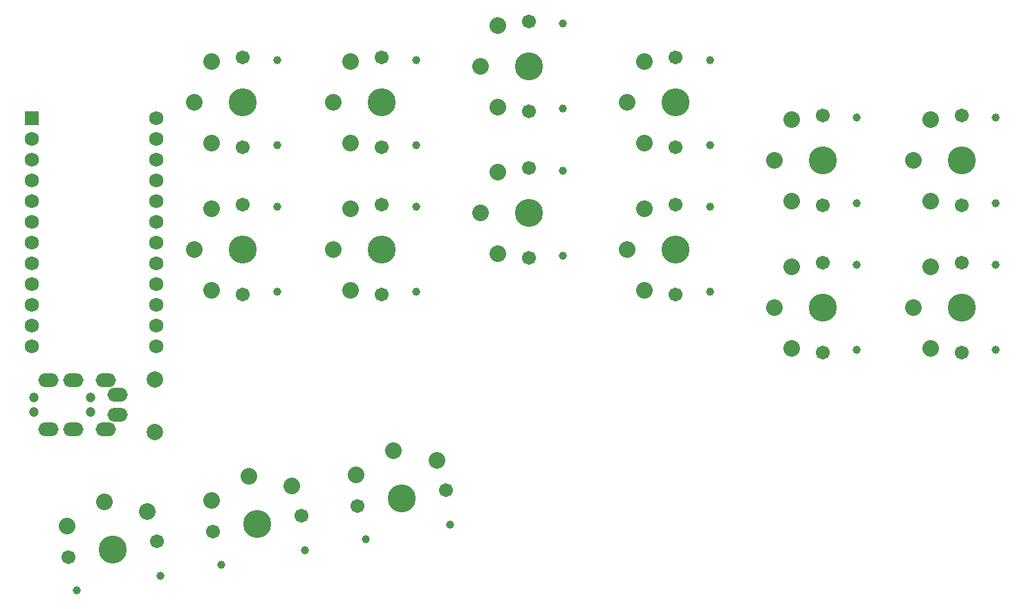
<source format=gbs>
%TF.GenerationSoftware,KiCad,Pcbnew,(5.1.9)-1*%
%TF.CreationDate,2021-04-11T01:29:47-07:00*%
%TF.ProjectId,pyaa,70796161-2e6b-4696-9361-645f70636258,rev?*%
%TF.SameCoordinates,Original*%
%TF.FileFunction,Soldermask,Bot*%
%TF.FilePolarity,Negative*%
%FSLAX46Y46*%
G04 Gerber Fmt 4.6, Leading zero omitted, Abs format (unit mm)*
G04 Created by KiCad (PCBNEW (5.1.9)-1) date 2021-04-11 01:29:47*
%MOMM*%
%LPD*%
G01*
G04 APERTURE LIST*
%ADD10C,2.000000*%
%ADD11C,1.200000*%
%ADD12O,2.500000X1.700000*%
%ADD13C,2.032000*%
%ADD14C,0.990600*%
%ADD15C,3.429000*%
%ADD16C,1.701800*%
%ADD17R,1.752600X1.752600*%
%ADD18C,1.752600*%
G04 APERTURE END LIST*
D10*
%TO.C,SW1*%
X98000000Y-134850000D03*
X98000000Y-128350000D03*
%TD*%
D11*
%TO.C,J1*%
X90150000Y-132350000D03*
X83150000Y-132350000D03*
D12*
X91950000Y-134450000D03*
X93450000Y-130250000D03*
X84950000Y-134450000D03*
X87950000Y-134450000D03*
D11*
X83150000Y-130600000D03*
X90150000Y-130600000D03*
D12*
X84950000Y-128500000D03*
X87950000Y-128500000D03*
X91950000Y-128500000D03*
X93450000Y-132700000D03*
%TD*%
D13*
%TO.C,K0*%
X192950000Y-106537500D03*
D14*
X200950000Y-96317500D03*
D15*
X196750000Y-101537500D03*
D13*
X192950000Y-96537500D03*
X190850000Y-101537500D03*
D14*
X200950000Y-106757500D03*
D16*
X196750000Y-107037500D03*
X196750000Y-96037500D03*
%TD*%
%TO.C,K1*%
X196750000Y-114037500D03*
X196750000Y-125037500D03*
D14*
X200950000Y-124757500D03*
D13*
X190850000Y-119537500D03*
X192950000Y-114537500D03*
D15*
X196750000Y-119537500D03*
D14*
X200950000Y-114317500D03*
D13*
X192950000Y-124537500D03*
%TD*%
D16*
%TO.C,KA1*%
X115928838Y-145087420D03*
X105095952Y-146997550D03*
D14*
X106101021Y-151085121D03*
D13*
X109487871Y-140232119D03*
X114776571Y-141431975D03*
D15*
X110512395Y-146042485D03*
D14*
X116382414Y-149272234D03*
D13*
X104928493Y-143168456D03*
%TD*%
%TO.C,KHL1*%
X121950000Y-99437500D03*
D14*
X129950000Y-89217500D03*
D15*
X125750000Y-94437500D03*
D13*
X121950000Y-89437500D03*
X119850000Y-94437500D03*
D14*
X129950000Y-99657500D03*
D16*
X125750000Y-99937500D03*
X125750000Y-88937500D03*
%TD*%
%TO.C,KKL1*%
X161750000Y-106937500D03*
X161750000Y-117937500D03*
D14*
X165950000Y-117657500D03*
D13*
X155850000Y-112437500D03*
X157950000Y-107437500D03*
D15*
X161750000Y-112437500D03*
D14*
X165950000Y-107217500D03*
D13*
X157950000Y-117437500D03*
%TD*%
D16*
%TO.C,KN1*%
X133655378Y-141961753D03*
X122822492Y-143871883D03*
D14*
X123827561Y-147959454D03*
D13*
X127214411Y-137106452D03*
X132503111Y-138306308D03*
D15*
X128238935Y-142916818D03*
D14*
X134108954Y-146146567D03*
D13*
X122655033Y-140042789D03*
%TD*%
%TO.C,KO1*%
X87201954Y-146294125D03*
D14*
X98655875Y-152397903D03*
D15*
X92785856Y-149168154D03*
D13*
X97050032Y-144557644D03*
X91761332Y-143357788D03*
D14*
X88374482Y-154210790D03*
D16*
X87369413Y-150123219D03*
X98202299Y-148213089D03*
%TD*%
%TO.C,KPL1*%
X143750000Y-84500000D03*
X143750000Y-95500000D03*
D14*
X147950000Y-95220000D03*
D13*
X137850000Y-90000000D03*
X139950000Y-85000000D03*
D15*
X143750000Y-90000000D03*
D14*
X147950000Y-84780000D03*
D13*
X139950000Y-95000000D03*
%TD*%
D16*
%TO.C,KRL1*%
X125750000Y-106937500D03*
X125750000Y-117937500D03*
D14*
X129950000Y-117657500D03*
D13*
X119850000Y-112437500D03*
X121950000Y-107437500D03*
D15*
X125750000Y-112437500D03*
D14*
X129950000Y-107217500D03*
D13*
X121950000Y-117437500D03*
%TD*%
D16*
%TO.C,KS1*%
X179750000Y-96037500D03*
X179750000Y-107037500D03*
D14*
X183950000Y-106757500D03*
D13*
X173850000Y-101537500D03*
X175950000Y-96537500D03*
D15*
X179750000Y-101537500D03*
D14*
X183950000Y-96317500D03*
D13*
X175950000Y-106537500D03*
%TD*%
%TO.C,KS2*%
X175950000Y-124537500D03*
D14*
X183950000Y-114317500D03*
D15*
X179750000Y-119537500D03*
D13*
X175950000Y-114537500D03*
X173850000Y-119537500D03*
D14*
X183950000Y-124757500D03*
D16*
X179750000Y-125037500D03*
X179750000Y-114037500D03*
%TD*%
%TO.C,KST1*%
X108750000Y-88937500D03*
X108750000Y-99937500D03*
D14*
X112950000Y-99657500D03*
D13*
X102850000Y-94437500D03*
X104950000Y-89437500D03*
D15*
X108750000Y-94437500D03*
D14*
X112950000Y-89217500D03*
D13*
X104950000Y-99437500D03*
%TD*%
%TO.C,KST2*%
X104950000Y-117437500D03*
D14*
X112950000Y-107217500D03*
D15*
X108750000Y-112437500D03*
D13*
X104950000Y-107437500D03*
X102850000Y-112437500D03*
D14*
X112950000Y-117657500D03*
D16*
X108750000Y-117937500D03*
X108750000Y-106937500D03*
%TD*%
D13*
%TO.C,KTL1*%
X157950000Y-99437500D03*
D14*
X165950000Y-89217500D03*
D15*
X161750000Y-94437500D03*
D13*
X157950000Y-89437500D03*
X155850000Y-94437500D03*
D14*
X165950000Y-99657500D03*
D16*
X161750000Y-99937500D03*
X161750000Y-88937500D03*
%TD*%
D13*
%TO.C,KWL1*%
X139950000Y-113000000D03*
D14*
X147950000Y-102780000D03*
D15*
X143750000Y-108000000D03*
D13*
X139950000Y-103000000D03*
X137850000Y-108000000D03*
D14*
X147950000Y-113220000D03*
D16*
X143750000Y-113500000D03*
X143750000Y-102500000D03*
%TD*%
D17*
%TO.C,U1*%
X82880000Y-96380000D03*
D18*
X82880000Y-98920000D03*
X82880000Y-101460000D03*
X82880000Y-104000000D03*
X82880000Y-106540000D03*
X82880000Y-109080000D03*
X82880000Y-111620000D03*
X82880000Y-114160000D03*
X82880000Y-116700000D03*
X82880000Y-119240000D03*
X82880000Y-121780000D03*
X98120000Y-124320000D03*
X98120000Y-121780000D03*
X98120000Y-119240000D03*
X98120000Y-116700000D03*
X98120000Y-114160000D03*
X98120000Y-111620000D03*
X98120000Y-109080000D03*
X98120000Y-106540000D03*
X98120000Y-104000000D03*
X98120000Y-101460000D03*
X98120000Y-98920000D03*
X82880000Y-124320000D03*
X98120000Y-96380000D03*
%TD*%
M02*

</source>
